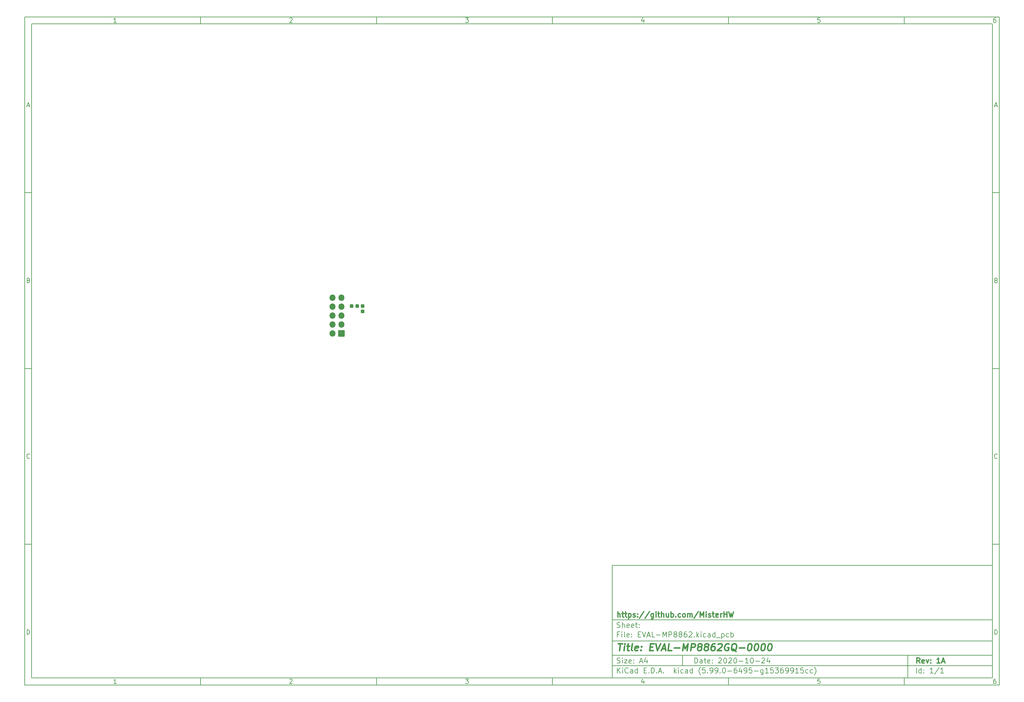
<source format=gbr>
G04 #@! TF.GenerationSoftware,KiCad,Pcbnew,(5.99.0-6495-g15369915cc)*
G04 #@! TF.CreationDate,2020-10-24T18:43:56+02:00*
G04 #@! TF.ProjectId,EVAL-MP8862,4556414c-2d4d-4503-9838-36322e6b6963,1A*
G04 #@! TF.SameCoordinates,Original*
G04 #@! TF.FileFunction,Soldermask,Bot*
G04 #@! TF.FilePolarity,Negative*
%FSLAX46Y46*%
G04 Gerber Fmt 4.6, Leading zero omitted, Abs format (unit mm)*
G04 Created by KiCad (PCBNEW (5.99.0-6495-g15369915cc)) date 2020-10-24 18:43:56*
%MOMM*%
%LPD*%
G01*
G04 APERTURE LIST*
G04 Aperture macros list*
%AMRoundRect*
0 Rectangle with rounded corners*
0 $1 Rounding radius*
0 $2 $3 $4 $5 $6 $7 $8 $9 X,Y pos of 4 corners*
0 Add a 4 corners polygon primitive as box body*
4,1,4,$2,$3,$4,$5,$6,$7,$8,$9,$2,$3,0*
0 Add four circle primitives for the rounded corners*
1,1,$1+$1,$2,$3,0*
1,1,$1+$1,$4,$5,0*
1,1,$1+$1,$6,$7,0*
1,1,$1+$1,$8,$9,0*
0 Add four rect primitives between the rounded corners*
20,1,$1+$1,$2,$3,$4,$5,0*
20,1,$1+$1,$4,$5,$6,$7,0*
20,1,$1+$1,$6,$7,$8,$9,0*
20,1,$1+$1,$8,$9,$2,$3,0*%
G04 Aperture macros list end*
%ADD10C,0.100000*%
%ADD11C,0.150000*%
%ADD12C,0.300000*%
%ADD13C,0.400000*%
%ADD14RoundRect,0.051000X0.850000X0.850000X-0.850000X0.850000X-0.850000X-0.850000X0.850000X-0.850000X0*%
%ADD15O,1.802000X1.802000*%
%ADD16RoundRect,0.244250X0.244250X0.281750X-0.244250X0.281750X-0.244250X-0.281750X0.244250X-0.281750X0*%
%ADD17RoundRect,0.244250X0.281750X-0.244250X0.281750X0.244250X-0.281750X0.244250X-0.281750X-0.244250X0*%
G04 APERTURE END LIST*
D10*
D11*
X177002200Y-166007200D02*
X177002200Y-198007200D01*
X285002200Y-198007200D01*
X285002200Y-166007200D01*
X177002200Y-166007200D01*
D10*
D11*
X10000000Y-10000000D02*
X10000000Y-200007200D01*
X287002200Y-200007200D01*
X287002200Y-10000000D01*
X10000000Y-10000000D01*
D10*
D11*
X12000000Y-12000000D02*
X12000000Y-198007200D01*
X285002200Y-198007200D01*
X285002200Y-12000000D01*
X12000000Y-12000000D01*
D10*
D11*
X60000000Y-12000000D02*
X60000000Y-10000000D01*
D10*
D11*
X110000000Y-12000000D02*
X110000000Y-10000000D01*
D10*
D11*
X160000000Y-12000000D02*
X160000000Y-10000000D01*
D10*
D11*
X210000000Y-12000000D02*
X210000000Y-10000000D01*
D10*
D11*
X260000000Y-12000000D02*
X260000000Y-10000000D01*
D10*
D11*
X36065476Y-11588095D02*
X35322619Y-11588095D01*
X35694047Y-11588095D02*
X35694047Y-10288095D01*
X35570238Y-10473809D01*
X35446428Y-10597619D01*
X35322619Y-10659523D01*
D10*
D11*
X85322619Y-10411904D02*
X85384523Y-10350000D01*
X85508333Y-10288095D01*
X85817857Y-10288095D01*
X85941666Y-10350000D01*
X86003571Y-10411904D01*
X86065476Y-10535714D01*
X86065476Y-10659523D01*
X86003571Y-10845238D01*
X85260714Y-11588095D01*
X86065476Y-11588095D01*
D10*
D11*
X135260714Y-10288095D02*
X136065476Y-10288095D01*
X135632142Y-10783333D01*
X135817857Y-10783333D01*
X135941666Y-10845238D01*
X136003571Y-10907142D01*
X136065476Y-11030952D01*
X136065476Y-11340476D01*
X136003571Y-11464285D01*
X135941666Y-11526190D01*
X135817857Y-11588095D01*
X135446428Y-11588095D01*
X135322619Y-11526190D01*
X135260714Y-11464285D01*
D10*
D11*
X185941666Y-10721428D02*
X185941666Y-11588095D01*
X185632142Y-10226190D02*
X185322619Y-11154761D01*
X186127380Y-11154761D01*
D10*
D11*
X236003571Y-10288095D02*
X235384523Y-10288095D01*
X235322619Y-10907142D01*
X235384523Y-10845238D01*
X235508333Y-10783333D01*
X235817857Y-10783333D01*
X235941666Y-10845238D01*
X236003571Y-10907142D01*
X236065476Y-11030952D01*
X236065476Y-11340476D01*
X236003571Y-11464285D01*
X235941666Y-11526190D01*
X235817857Y-11588095D01*
X235508333Y-11588095D01*
X235384523Y-11526190D01*
X235322619Y-11464285D01*
D10*
D11*
X285941666Y-10288095D02*
X285694047Y-10288095D01*
X285570238Y-10350000D01*
X285508333Y-10411904D01*
X285384523Y-10597619D01*
X285322619Y-10845238D01*
X285322619Y-11340476D01*
X285384523Y-11464285D01*
X285446428Y-11526190D01*
X285570238Y-11588095D01*
X285817857Y-11588095D01*
X285941666Y-11526190D01*
X286003571Y-11464285D01*
X286065476Y-11340476D01*
X286065476Y-11030952D01*
X286003571Y-10907142D01*
X285941666Y-10845238D01*
X285817857Y-10783333D01*
X285570238Y-10783333D01*
X285446428Y-10845238D01*
X285384523Y-10907142D01*
X285322619Y-11030952D01*
D10*
D11*
X60000000Y-198007200D02*
X60000000Y-200007200D01*
D10*
D11*
X110000000Y-198007200D02*
X110000000Y-200007200D01*
D10*
D11*
X160000000Y-198007200D02*
X160000000Y-200007200D01*
D10*
D11*
X210000000Y-198007200D02*
X210000000Y-200007200D01*
D10*
D11*
X260000000Y-198007200D02*
X260000000Y-200007200D01*
D10*
D11*
X36065476Y-199595295D02*
X35322619Y-199595295D01*
X35694047Y-199595295D02*
X35694047Y-198295295D01*
X35570238Y-198481009D01*
X35446428Y-198604819D01*
X35322619Y-198666723D01*
D10*
D11*
X85322619Y-198419104D02*
X85384523Y-198357200D01*
X85508333Y-198295295D01*
X85817857Y-198295295D01*
X85941666Y-198357200D01*
X86003571Y-198419104D01*
X86065476Y-198542914D01*
X86065476Y-198666723D01*
X86003571Y-198852438D01*
X85260714Y-199595295D01*
X86065476Y-199595295D01*
D10*
D11*
X135260714Y-198295295D02*
X136065476Y-198295295D01*
X135632142Y-198790533D01*
X135817857Y-198790533D01*
X135941666Y-198852438D01*
X136003571Y-198914342D01*
X136065476Y-199038152D01*
X136065476Y-199347676D01*
X136003571Y-199471485D01*
X135941666Y-199533390D01*
X135817857Y-199595295D01*
X135446428Y-199595295D01*
X135322619Y-199533390D01*
X135260714Y-199471485D01*
D10*
D11*
X185941666Y-198728628D02*
X185941666Y-199595295D01*
X185632142Y-198233390D02*
X185322619Y-199161961D01*
X186127380Y-199161961D01*
D10*
D11*
X236003571Y-198295295D02*
X235384523Y-198295295D01*
X235322619Y-198914342D01*
X235384523Y-198852438D01*
X235508333Y-198790533D01*
X235817857Y-198790533D01*
X235941666Y-198852438D01*
X236003571Y-198914342D01*
X236065476Y-199038152D01*
X236065476Y-199347676D01*
X236003571Y-199471485D01*
X235941666Y-199533390D01*
X235817857Y-199595295D01*
X235508333Y-199595295D01*
X235384523Y-199533390D01*
X235322619Y-199471485D01*
D10*
D11*
X285941666Y-198295295D02*
X285694047Y-198295295D01*
X285570238Y-198357200D01*
X285508333Y-198419104D01*
X285384523Y-198604819D01*
X285322619Y-198852438D01*
X285322619Y-199347676D01*
X285384523Y-199471485D01*
X285446428Y-199533390D01*
X285570238Y-199595295D01*
X285817857Y-199595295D01*
X285941666Y-199533390D01*
X286003571Y-199471485D01*
X286065476Y-199347676D01*
X286065476Y-199038152D01*
X286003571Y-198914342D01*
X285941666Y-198852438D01*
X285817857Y-198790533D01*
X285570238Y-198790533D01*
X285446428Y-198852438D01*
X285384523Y-198914342D01*
X285322619Y-199038152D01*
D10*
D11*
X10000000Y-60000000D02*
X12000000Y-60000000D01*
D10*
D11*
X10000000Y-110000000D02*
X12000000Y-110000000D01*
D10*
D11*
X10000000Y-160000000D02*
X12000000Y-160000000D01*
D10*
D11*
X10690476Y-35216666D02*
X11309523Y-35216666D01*
X10566666Y-35588095D02*
X11000000Y-34288095D01*
X11433333Y-35588095D01*
D10*
D11*
X11092857Y-84907142D02*
X11278571Y-84969047D01*
X11340476Y-85030952D01*
X11402380Y-85154761D01*
X11402380Y-85340476D01*
X11340476Y-85464285D01*
X11278571Y-85526190D01*
X11154761Y-85588095D01*
X10659523Y-85588095D01*
X10659523Y-84288095D01*
X11092857Y-84288095D01*
X11216666Y-84350000D01*
X11278571Y-84411904D01*
X11340476Y-84535714D01*
X11340476Y-84659523D01*
X11278571Y-84783333D01*
X11216666Y-84845238D01*
X11092857Y-84907142D01*
X10659523Y-84907142D01*
D10*
D11*
X11402380Y-135464285D02*
X11340476Y-135526190D01*
X11154761Y-135588095D01*
X11030952Y-135588095D01*
X10845238Y-135526190D01*
X10721428Y-135402380D01*
X10659523Y-135278571D01*
X10597619Y-135030952D01*
X10597619Y-134845238D01*
X10659523Y-134597619D01*
X10721428Y-134473809D01*
X10845238Y-134350000D01*
X11030952Y-134288095D01*
X11154761Y-134288095D01*
X11340476Y-134350000D01*
X11402380Y-134411904D01*
D10*
D11*
X10659523Y-185588095D02*
X10659523Y-184288095D01*
X10969047Y-184288095D01*
X11154761Y-184350000D01*
X11278571Y-184473809D01*
X11340476Y-184597619D01*
X11402380Y-184845238D01*
X11402380Y-185030952D01*
X11340476Y-185278571D01*
X11278571Y-185402380D01*
X11154761Y-185526190D01*
X10969047Y-185588095D01*
X10659523Y-185588095D01*
D10*
D11*
X287002200Y-60000000D02*
X285002200Y-60000000D01*
D10*
D11*
X287002200Y-110000000D02*
X285002200Y-110000000D01*
D10*
D11*
X287002200Y-160000000D02*
X285002200Y-160000000D01*
D10*
D11*
X285692676Y-35216666D02*
X286311723Y-35216666D01*
X285568866Y-35588095D02*
X286002200Y-34288095D01*
X286435533Y-35588095D01*
D10*
D11*
X286095057Y-84907142D02*
X286280771Y-84969047D01*
X286342676Y-85030952D01*
X286404580Y-85154761D01*
X286404580Y-85340476D01*
X286342676Y-85464285D01*
X286280771Y-85526190D01*
X286156961Y-85588095D01*
X285661723Y-85588095D01*
X285661723Y-84288095D01*
X286095057Y-84288095D01*
X286218866Y-84350000D01*
X286280771Y-84411904D01*
X286342676Y-84535714D01*
X286342676Y-84659523D01*
X286280771Y-84783333D01*
X286218866Y-84845238D01*
X286095057Y-84907142D01*
X285661723Y-84907142D01*
D10*
D11*
X286404580Y-135464285D02*
X286342676Y-135526190D01*
X286156961Y-135588095D01*
X286033152Y-135588095D01*
X285847438Y-135526190D01*
X285723628Y-135402380D01*
X285661723Y-135278571D01*
X285599819Y-135030952D01*
X285599819Y-134845238D01*
X285661723Y-134597619D01*
X285723628Y-134473809D01*
X285847438Y-134350000D01*
X286033152Y-134288095D01*
X286156961Y-134288095D01*
X286342676Y-134350000D01*
X286404580Y-134411904D01*
D10*
D11*
X285661723Y-185588095D02*
X285661723Y-184288095D01*
X285971247Y-184288095D01*
X286156961Y-184350000D01*
X286280771Y-184473809D01*
X286342676Y-184597619D01*
X286404580Y-184845238D01*
X286404580Y-185030952D01*
X286342676Y-185278571D01*
X286280771Y-185402380D01*
X286156961Y-185526190D01*
X285971247Y-185588095D01*
X285661723Y-185588095D01*
D10*
D11*
X200434342Y-193785771D02*
X200434342Y-192285771D01*
X200791485Y-192285771D01*
X201005771Y-192357200D01*
X201148628Y-192500057D01*
X201220057Y-192642914D01*
X201291485Y-192928628D01*
X201291485Y-193142914D01*
X201220057Y-193428628D01*
X201148628Y-193571485D01*
X201005771Y-193714342D01*
X200791485Y-193785771D01*
X200434342Y-193785771D01*
X202577200Y-193785771D02*
X202577200Y-193000057D01*
X202505771Y-192857200D01*
X202362914Y-192785771D01*
X202077200Y-192785771D01*
X201934342Y-192857200D01*
X202577200Y-193714342D02*
X202434342Y-193785771D01*
X202077200Y-193785771D01*
X201934342Y-193714342D01*
X201862914Y-193571485D01*
X201862914Y-193428628D01*
X201934342Y-193285771D01*
X202077200Y-193214342D01*
X202434342Y-193214342D01*
X202577200Y-193142914D01*
X203077200Y-192785771D02*
X203648628Y-192785771D01*
X203291485Y-192285771D02*
X203291485Y-193571485D01*
X203362914Y-193714342D01*
X203505771Y-193785771D01*
X203648628Y-193785771D01*
X204720057Y-193714342D02*
X204577200Y-193785771D01*
X204291485Y-193785771D01*
X204148628Y-193714342D01*
X204077200Y-193571485D01*
X204077200Y-193000057D01*
X204148628Y-192857200D01*
X204291485Y-192785771D01*
X204577200Y-192785771D01*
X204720057Y-192857200D01*
X204791485Y-193000057D01*
X204791485Y-193142914D01*
X204077200Y-193285771D01*
X205434342Y-193642914D02*
X205505771Y-193714342D01*
X205434342Y-193785771D01*
X205362914Y-193714342D01*
X205434342Y-193642914D01*
X205434342Y-193785771D01*
X205434342Y-192857200D02*
X205505771Y-192928628D01*
X205434342Y-193000057D01*
X205362914Y-192928628D01*
X205434342Y-192857200D01*
X205434342Y-193000057D01*
X207220057Y-192428628D02*
X207291485Y-192357200D01*
X207434342Y-192285771D01*
X207791485Y-192285771D01*
X207934342Y-192357200D01*
X208005771Y-192428628D01*
X208077200Y-192571485D01*
X208077200Y-192714342D01*
X208005771Y-192928628D01*
X207148628Y-193785771D01*
X208077200Y-193785771D01*
X209005771Y-192285771D02*
X209148628Y-192285771D01*
X209291485Y-192357200D01*
X209362914Y-192428628D01*
X209434342Y-192571485D01*
X209505771Y-192857200D01*
X209505771Y-193214342D01*
X209434342Y-193500057D01*
X209362914Y-193642914D01*
X209291485Y-193714342D01*
X209148628Y-193785771D01*
X209005771Y-193785771D01*
X208862914Y-193714342D01*
X208791485Y-193642914D01*
X208720057Y-193500057D01*
X208648628Y-193214342D01*
X208648628Y-192857200D01*
X208720057Y-192571485D01*
X208791485Y-192428628D01*
X208862914Y-192357200D01*
X209005771Y-192285771D01*
X210077200Y-192428628D02*
X210148628Y-192357200D01*
X210291485Y-192285771D01*
X210648628Y-192285771D01*
X210791485Y-192357200D01*
X210862914Y-192428628D01*
X210934342Y-192571485D01*
X210934342Y-192714342D01*
X210862914Y-192928628D01*
X210005771Y-193785771D01*
X210934342Y-193785771D01*
X211862914Y-192285771D02*
X212005771Y-192285771D01*
X212148628Y-192357200D01*
X212220057Y-192428628D01*
X212291485Y-192571485D01*
X212362914Y-192857200D01*
X212362914Y-193214342D01*
X212291485Y-193500057D01*
X212220057Y-193642914D01*
X212148628Y-193714342D01*
X212005771Y-193785771D01*
X211862914Y-193785771D01*
X211720057Y-193714342D01*
X211648628Y-193642914D01*
X211577200Y-193500057D01*
X211505771Y-193214342D01*
X211505771Y-192857200D01*
X211577200Y-192571485D01*
X211648628Y-192428628D01*
X211720057Y-192357200D01*
X211862914Y-192285771D01*
X213005771Y-193214342D02*
X214148628Y-193214342D01*
X215648628Y-193785771D02*
X214791485Y-193785771D01*
X215220057Y-193785771D02*
X215220057Y-192285771D01*
X215077200Y-192500057D01*
X214934342Y-192642914D01*
X214791485Y-192714342D01*
X216577200Y-192285771D02*
X216720057Y-192285771D01*
X216862914Y-192357200D01*
X216934342Y-192428628D01*
X217005771Y-192571485D01*
X217077200Y-192857200D01*
X217077200Y-193214342D01*
X217005771Y-193500057D01*
X216934342Y-193642914D01*
X216862914Y-193714342D01*
X216720057Y-193785771D01*
X216577200Y-193785771D01*
X216434342Y-193714342D01*
X216362914Y-193642914D01*
X216291485Y-193500057D01*
X216220057Y-193214342D01*
X216220057Y-192857200D01*
X216291485Y-192571485D01*
X216362914Y-192428628D01*
X216434342Y-192357200D01*
X216577200Y-192285771D01*
X217720057Y-193214342D02*
X218862914Y-193214342D01*
X219505771Y-192428628D02*
X219577200Y-192357200D01*
X219720057Y-192285771D01*
X220077200Y-192285771D01*
X220220057Y-192357200D01*
X220291485Y-192428628D01*
X220362914Y-192571485D01*
X220362914Y-192714342D01*
X220291485Y-192928628D01*
X219434342Y-193785771D01*
X220362914Y-193785771D01*
X221648628Y-192785771D02*
X221648628Y-193785771D01*
X221291485Y-192214342D02*
X220934342Y-193285771D01*
X221862914Y-193285771D01*
D10*
D11*
X177002200Y-194507200D02*
X285002200Y-194507200D01*
D10*
D11*
X178434342Y-196585771D02*
X178434342Y-195085771D01*
X179291485Y-196585771D02*
X178648628Y-195728628D01*
X179291485Y-195085771D02*
X178434342Y-195942914D01*
X179934342Y-196585771D02*
X179934342Y-195585771D01*
X179934342Y-195085771D02*
X179862914Y-195157200D01*
X179934342Y-195228628D01*
X180005771Y-195157200D01*
X179934342Y-195085771D01*
X179934342Y-195228628D01*
X181505771Y-196442914D02*
X181434342Y-196514342D01*
X181220057Y-196585771D01*
X181077200Y-196585771D01*
X180862914Y-196514342D01*
X180720057Y-196371485D01*
X180648628Y-196228628D01*
X180577200Y-195942914D01*
X180577200Y-195728628D01*
X180648628Y-195442914D01*
X180720057Y-195300057D01*
X180862914Y-195157200D01*
X181077200Y-195085771D01*
X181220057Y-195085771D01*
X181434342Y-195157200D01*
X181505771Y-195228628D01*
X182791485Y-196585771D02*
X182791485Y-195800057D01*
X182720057Y-195657200D01*
X182577200Y-195585771D01*
X182291485Y-195585771D01*
X182148628Y-195657200D01*
X182791485Y-196514342D02*
X182648628Y-196585771D01*
X182291485Y-196585771D01*
X182148628Y-196514342D01*
X182077200Y-196371485D01*
X182077200Y-196228628D01*
X182148628Y-196085771D01*
X182291485Y-196014342D01*
X182648628Y-196014342D01*
X182791485Y-195942914D01*
X184148628Y-196585771D02*
X184148628Y-195085771D01*
X184148628Y-196514342D02*
X184005771Y-196585771D01*
X183720057Y-196585771D01*
X183577200Y-196514342D01*
X183505771Y-196442914D01*
X183434342Y-196300057D01*
X183434342Y-195871485D01*
X183505771Y-195728628D01*
X183577200Y-195657200D01*
X183720057Y-195585771D01*
X184005771Y-195585771D01*
X184148628Y-195657200D01*
X186005771Y-195800057D02*
X186505771Y-195800057D01*
X186720057Y-196585771D02*
X186005771Y-196585771D01*
X186005771Y-195085771D01*
X186720057Y-195085771D01*
X187362914Y-196442914D02*
X187434342Y-196514342D01*
X187362914Y-196585771D01*
X187291485Y-196514342D01*
X187362914Y-196442914D01*
X187362914Y-196585771D01*
X188077200Y-196585771D02*
X188077200Y-195085771D01*
X188434342Y-195085771D01*
X188648628Y-195157200D01*
X188791485Y-195300057D01*
X188862914Y-195442914D01*
X188934342Y-195728628D01*
X188934342Y-195942914D01*
X188862914Y-196228628D01*
X188791485Y-196371485D01*
X188648628Y-196514342D01*
X188434342Y-196585771D01*
X188077200Y-196585771D01*
X189577200Y-196442914D02*
X189648628Y-196514342D01*
X189577200Y-196585771D01*
X189505771Y-196514342D01*
X189577200Y-196442914D01*
X189577200Y-196585771D01*
X190220057Y-196157200D02*
X190934342Y-196157200D01*
X190077200Y-196585771D02*
X190577200Y-195085771D01*
X191077200Y-196585771D01*
X191577200Y-196442914D02*
X191648628Y-196514342D01*
X191577200Y-196585771D01*
X191505771Y-196514342D01*
X191577200Y-196442914D01*
X191577200Y-196585771D01*
X194577200Y-196585771D02*
X194577200Y-195085771D01*
X194720057Y-196014342D02*
X195148628Y-196585771D01*
X195148628Y-195585771D02*
X194577200Y-196157200D01*
X195791485Y-196585771D02*
X195791485Y-195585771D01*
X195791485Y-195085771D02*
X195720057Y-195157200D01*
X195791485Y-195228628D01*
X195862914Y-195157200D01*
X195791485Y-195085771D01*
X195791485Y-195228628D01*
X197148628Y-196514342D02*
X197005771Y-196585771D01*
X196720057Y-196585771D01*
X196577200Y-196514342D01*
X196505771Y-196442914D01*
X196434342Y-196300057D01*
X196434342Y-195871485D01*
X196505771Y-195728628D01*
X196577200Y-195657200D01*
X196720057Y-195585771D01*
X197005771Y-195585771D01*
X197148628Y-195657200D01*
X198434342Y-196585771D02*
X198434342Y-195800057D01*
X198362914Y-195657200D01*
X198220057Y-195585771D01*
X197934342Y-195585771D01*
X197791485Y-195657200D01*
X198434342Y-196514342D02*
X198291485Y-196585771D01*
X197934342Y-196585771D01*
X197791485Y-196514342D01*
X197720057Y-196371485D01*
X197720057Y-196228628D01*
X197791485Y-196085771D01*
X197934342Y-196014342D01*
X198291485Y-196014342D01*
X198434342Y-195942914D01*
X199791485Y-196585771D02*
X199791485Y-195085771D01*
X199791485Y-196514342D02*
X199648628Y-196585771D01*
X199362914Y-196585771D01*
X199220057Y-196514342D01*
X199148628Y-196442914D01*
X199077200Y-196300057D01*
X199077200Y-195871485D01*
X199148628Y-195728628D01*
X199220057Y-195657200D01*
X199362914Y-195585771D01*
X199648628Y-195585771D01*
X199791485Y-195657200D01*
X202077200Y-197157200D02*
X202005771Y-197085771D01*
X201862914Y-196871485D01*
X201791485Y-196728628D01*
X201720057Y-196514342D01*
X201648628Y-196157200D01*
X201648628Y-195871485D01*
X201720057Y-195514342D01*
X201791485Y-195300057D01*
X201862914Y-195157200D01*
X202005771Y-194942914D01*
X202077200Y-194871485D01*
X203362914Y-195085771D02*
X202648628Y-195085771D01*
X202577200Y-195800057D01*
X202648628Y-195728628D01*
X202791485Y-195657200D01*
X203148628Y-195657200D01*
X203291485Y-195728628D01*
X203362914Y-195800057D01*
X203434342Y-195942914D01*
X203434342Y-196300057D01*
X203362914Y-196442914D01*
X203291485Y-196514342D01*
X203148628Y-196585771D01*
X202791485Y-196585771D01*
X202648628Y-196514342D01*
X202577200Y-196442914D01*
X204077200Y-196442914D02*
X204148628Y-196514342D01*
X204077200Y-196585771D01*
X204005771Y-196514342D01*
X204077200Y-196442914D01*
X204077200Y-196585771D01*
X204862914Y-196585771D02*
X205148628Y-196585771D01*
X205291485Y-196514342D01*
X205362914Y-196442914D01*
X205505771Y-196228628D01*
X205577200Y-195942914D01*
X205577200Y-195371485D01*
X205505771Y-195228628D01*
X205434342Y-195157200D01*
X205291485Y-195085771D01*
X205005771Y-195085771D01*
X204862914Y-195157200D01*
X204791485Y-195228628D01*
X204720057Y-195371485D01*
X204720057Y-195728628D01*
X204791485Y-195871485D01*
X204862914Y-195942914D01*
X205005771Y-196014342D01*
X205291485Y-196014342D01*
X205434342Y-195942914D01*
X205505771Y-195871485D01*
X205577200Y-195728628D01*
X206291485Y-196585771D02*
X206577200Y-196585771D01*
X206720057Y-196514342D01*
X206791485Y-196442914D01*
X206934342Y-196228628D01*
X207005771Y-195942914D01*
X207005771Y-195371485D01*
X206934342Y-195228628D01*
X206862914Y-195157200D01*
X206720057Y-195085771D01*
X206434342Y-195085771D01*
X206291485Y-195157200D01*
X206220057Y-195228628D01*
X206148628Y-195371485D01*
X206148628Y-195728628D01*
X206220057Y-195871485D01*
X206291485Y-195942914D01*
X206434342Y-196014342D01*
X206720057Y-196014342D01*
X206862914Y-195942914D01*
X206934342Y-195871485D01*
X207005771Y-195728628D01*
X207648628Y-196442914D02*
X207720057Y-196514342D01*
X207648628Y-196585771D01*
X207577200Y-196514342D01*
X207648628Y-196442914D01*
X207648628Y-196585771D01*
X208648628Y-195085771D02*
X208791485Y-195085771D01*
X208934342Y-195157200D01*
X209005771Y-195228628D01*
X209077200Y-195371485D01*
X209148628Y-195657200D01*
X209148628Y-196014342D01*
X209077200Y-196300057D01*
X209005771Y-196442914D01*
X208934342Y-196514342D01*
X208791485Y-196585771D01*
X208648628Y-196585771D01*
X208505771Y-196514342D01*
X208434342Y-196442914D01*
X208362914Y-196300057D01*
X208291485Y-196014342D01*
X208291485Y-195657200D01*
X208362914Y-195371485D01*
X208434342Y-195228628D01*
X208505771Y-195157200D01*
X208648628Y-195085771D01*
X209791485Y-196014342D02*
X210934342Y-196014342D01*
X212291485Y-195085771D02*
X212005771Y-195085771D01*
X211862914Y-195157200D01*
X211791485Y-195228628D01*
X211648628Y-195442914D01*
X211577200Y-195728628D01*
X211577200Y-196300057D01*
X211648628Y-196442914D01*
X211720057Y-196514342D01*
X211862914Y-196585771D01*
X212148628Y-196585771D01*
X212291485Y-196514342D01*
X212362914Y-196442914D01*
X212434342Y-196300057D01*
X212434342Y-195942914D01*
X212362914Y-195800057D01*
X212291485Y-195728628D01*
X212148628Y-195657200D01*
X211862914Y-195657200D01*
X211720057Y-195728628D01*
X211648628Y-195800057D01*
X211577200Y-195942914D01*
X213720057Y-195585771D02*
X213720057Y-196585771D01*
X213362914Y-195014342D02*
X213005771Y-196085771D01*
X213934342Y-196085771D01*
X214577200Y-196585771D02*
X214862914Y-196585771D01*
X215005771Y-196514342D01*
X215077200Y-196442914D01*
X215220057Y-196228628D01*
X215291485Y-195942914D01*
X215291485Y-195371485D01*
X215220057Y-195228628D01*
X215148628Y-195157200D01*
X215005771Y-195085771D01*
X214720057Y-195085771D01*
X214577200Y-195157200D01*
X214505771Y-195228628D01*
X214434342Y-195371485D01*
X214434342Y-195728628D01*
X214505771Y-195871485D01*
X214577200Y-195942914D01*
X214720057Y-196014342D01*
X215005771Y-196014342D01*
X215148628Y-195942914D01*
X215220057Y-195871485D01*
X215291485Y-195728628D01*
X216648628Y-195085771D02*
X215934342Y-195085771D01*
X215862914Y-195800057D01*
X215934342Y-195728628D01*
X216077200Y-195657200D01*
X216434342Y-195657200D01*
X216577200Y-195728628D01*
X216648628Y-195800057D01*
X216720057Y-195942914D01*
X216720057Y-196300057D01*
X216648628Y-196442914D01*
X216577200Y-196514342D01*
X216434342Y-196585771D01*
X216077200Y-196585771D01*
X215934342Y-196514342D01*
X215862914Y-196442914D01*
X217362914Y-196014342D02*
X218505771Y-196014342D01*
X219862914Y-195585771D02*
X219862914Y-196800057D01*
X219791485Y-196942914D01*
X219720057Y-197014342D01*
X219577200Y-197085771D01*
X219362914Y-197085771D01*
X219220057Y-197014342D01*
X219862914Y-196514342D02*
X219720057Y-196585771D01*
X219434342Y-196585771D01*
X219291485Y-196514342D01*
X219220057Y-196442914D01*
X219148628Y-196300057D01*
X219148628Y-195871485D01*
X219220057Y-195728628D01*
X219291485Y-195657200D01*
X219434342Y-195585771D01*
X219720057Y-195585771D01*
X219862914Y-195657200D01*
X221362914Y-196585771D02*
X220505771Y-196585771D01*
X220934342Y-196585771D02*
X220934342Y-195085771D01*
X220791485Y-195300057D01*
X220648628Y-195442914D01*
X220505771Y-195514342D01*
X222720057Y-195085771D02*
X222005771Y-195085771D01*
X221934342Y-195800057D01*
X222005771Y-195728628D01*
X222148628Y-195657200D01*
X222505771Y-195657200D01*
X222648628Y-195728628D01*
X222720057Y-195800057D01*
X222791485Y-195942914D01*
X222791485Y-196300057D01*
X222720057Y-196442914D01*
X222648628Y-196514342D01*
X222505771Y-196585771D01*
X222148628Y-196585771D01*
X222005771Y-196514342D01*
X221934342Y-196442914D01*
X223291485Y-195085771D02*
X224220057Y-195085771D01*
X223720057Y-195657200D01*
X223934342Y-195657200D01*
X224077200Y-195728628D01*
X224148628Y-195800057D01*
X224220057Y-195942914D01*
X224220057Y-196300057D01*
X224148628Y-196442914D01*
X224077200Y-196514342D01*
X223934342Y-196585771D01*
X223505771Y-196585771D01*
X223362914Y-196514342D01*
X223291485Y-196442914D01*
X225505771Y-195085771D02*
X225220057Y-195085771D01*
X225077200Y-195157200D01*
X225005771Y-195228628D01*
X224862914Y-195442914D01*
X224791485Y-195728628D01*
X224791485Y-196300057D01*
X224862914Y-196442914D01*
X224934342Y-196514342D01*
X225077200Y-196585771D01*
X225362914Y-196585771D01*
X225505771Y-196514342D01*
X225577200Y-196442914D01*
X225648628Y-196300057D01*
X225648628Y-195942914D01*
X225577200Y-195800057D01*
X225505771Y-195728628D01*
X225362914Y-195657200D01*
X225077200Y-195657200D01*
X224934342Y-195728628D01*
X224862914Y-195800057D01*
X224791485Y-195942914D01*
X226362914Y-196585771D02*
X226648628Y-196585771D01*
X226791485Y-196514342D01*
X226862914Y-196442914D01*
X227005771Y-196228628D01*
X227077199Y-195942914D01*
X227077199Y-195371485D01*
X227005771Y-195228628D01*
X226934342Y-195157200D01*
X226791485Y-195085771D01*
X226505771Y-195085771D01*
X226362914Y-195157200D01*
X226291485Y-195228628D01*
X226220057Y-195371485D01*
X226220057Y-195728628D01*
X226291485Y-195871485D01*
X226362914Y-195942914D01*
X226505771Y-196014342D01*
X226791485Y-196014342D01*
X226934342Y-195942914D01*
X227005771Y-195871485D01*
X227077199Y-195728628D01*
X227791485Y-196585771D02*
X228077199Y-196585771D01*
X228220057Y-196514342D01*
X228291485Y-196442914D01*
X228434342Y-196228628D01*
X228505771Y-195942914D01*
X228505771Y-195371485D01*
X228434342Y-195228628D01*
X228362914Y-195157200D01*
X228220057Y-195085771D01*
X227934342Y-195085771D01*
X227791485Y-195157200D01*
X227720057Y-195228628D01*
X227648628Y-195371485D01*
X227648628Y-195728628D01*
X227720057Y-195871485D01*
X227791485Y-195942914D01*
X227934342Y-196014342D01*
X228220057Y-196014342D01*
X228362914Y-195942914D01*
X228434342Y-195871485D01*
X228505771Y-195728628D01*
X229934342Y-196585771D02*
X229077199Y-196585771D01*
X229505771Y-196585771D02*
X229505771Y-195085771D01*
X229362914Y-195300057D01*
X229220057Y-195442914D01*
X229077199Y-195514342D01*
X231291485Y-195085771D02*
X230577199Y-195085771D01*
X230505771Y-195800057D01*
X230577199Y-195728628D01*
X230720057Y-195657200D01*
X231077199Y-195657200D01*
X231220057Y-195728628D01*
X231291485Y-195800057D01*
X231362914Y-195942914D01*
X231362914Y-196300057D01*
X231291485Y-196442914D01*
X231220057Y-196514342D01*
X231077199Y-196585771D01*
X230720057Y-196585771D01*
X230577199Y-196514342D01*
X230505771Y-196442914D01*
X232648628Y-196514342D02*
X232505771Y-196585771D01*
X232220057Y-196585771D01*
X232077199Y-196514342D01*
X232005771Y-196442914D01*
X231934342Y-196300057D01*
X231934342Y-195871485D01*
X232005771Y-195728628D01*
X232077199Y-195657200D01*
X232220057Y-195585771D01*
X232505771Y-195585771D01*
X232648628Y-195657200D01*
X233934342Y-196514342D02*
X233791485Y-196585771D01*
X233505771Y-196585771D01*
X233362914Y-196514342D01*
X233291485Y-196442914D01*
X233220057Y-196300057D01*
X233220057Y-195871485D01*
X233291485Y-195728628D01*
X233362914Y-195657200D01*
X233505771Y-195585771D01*
X233791485Y-195585771D01*
X233934342Y-195657200D01*
X234434342Y-197157200D02*
X234505771Y-197085771D01*
X234648628Y-196871485D01*
X234720057Y-196728628D01*
X234791485Y-196514342D01*
X234862914Y-196157200D01*
X234862914Y-195871485D01*
X234791485Y-195514342D01*
X234720057Y-195300057D01*
X234648628Y-195157200D01*
X234505771Y-194942914D01*
X234434342Y-194871485D01*
D10*
D11*
X177002200Y-191507200D02*
X285002200Y-191507200D01*
D10*
D12*
X264411485Y-193785771D02*
X263911485Y-193071485D01*
X263554342Y-193785771D02*
X263554342Y-192285771D01*
X264125771Y-192285771D01*
X264268628Y-192357200D01*
X264340057Y-192428628D01*
X264411485Y-192571485D01*
X264411485Y-192785771D01*
X264340057Y-192928628D01*
X264268628Y-193000057D01*
X264125771Y-193071485D01*
X263554342Y-193071485D01*
X265625771Y-193714342D02*
X265482914Y-193785771D01*
X265197200Y-193785771D01*
X265054342Y-193714342D01*
X264982914Y-193571485D01*
X264982914Y-193000057D01*
X265054342Y-192857200D01*
X265197200Y-192785771D01*
X265482914Y-192785771D01*
X265625771Y-192857200D01*
X265697200Y-193000057D01*
X265697200Y-193142914D01*
X264982914Y-193285771D01*
X266197200Y-192785771D02*
X266554342Y-193785771D01*
X266911485Y-192785771D01*
X267482914Y-193642914D02*
X267554342Y-193714342D01*
X267482914Y-193785771D01*
X267411485Y-193714342D01*
X267482914Y-193642914D01*
X267482914Y-193785771D01*
X267482914Y-192857200D02*
X267554342Y-192928628D01*
X267482914Y-193000057D01*
X267411485Y-192928628D01*
X267482914Y-192857200D01*
X267482914Y-193000057D01*
X270125771Y-193785771D02*
X269268628Y-193785771D01*
X269697200Y-193785771D02*
X269697200Y-192285771D01*
X269554342Y-192500057D01*
X269411485Y-192642914D01*
X269268628Y-192714342D01*
X270697200Y-193357200D02*
X271411485Y-193357200D01*
X270554342Y-193785771D02*
X271054342Y-192285771D01*
X271554342Y-193785771D01*
D10*
D11*
X178362914Y-193714342D02*
X178577200Y-193785771D01*
X178934342Y-193785771D01*
X179077200Y-193714342D01*
X179148628Y-193642914D01*
X179220057Y-193500057D01*
X179220057Y-193357200D01*
X179148628Y-193214342D01*
X179077200Y-193142914D01*
X178934342Y-193071485D01*
X178648628Y-193000057D01*
X178505771Y-192928628D01*
X178434342Y-192857200D01*
X178362914Y-192714342D01*
X178362914Y-192571485D01*
X178434342Y-192428628D01*
X178505771Y-192357200D01*
X178648628Y-192285771D01*
X179005771Y-192285771D01*
X179220057Y-192357200D01*
X179862914Y-193785771D02*
X179862914Y-192785771D01*
X179862914Y-192285771D02*
X179791485Y-192357200D01*
X179862914Y-192428628D01*
X179934342Y-192357200D01*
X179862914Y-192285771D01*
X179862914Y-192428628D01*
X180434342Y-192785771D02*
X181220057Y-192785771D01*
X180434342Y-193785771D01*
X181220057Y-193785771D01*
X182362914Y-193714342D02*
X182220057Y-193785771D01*
X181934342Y-193785771D01*
X181791485Y-193714342D01*
X181720057Y-193571485D01*
X181720057Y-193000057D01*
X181791485Y-192857200D01*
X181934342Y-192785771D01*
X182220057Y-192785771D01*
X182362914Y-192857200D01*
X182434342Y-193000057D01*
X182434342Y-193142914D01*
X181720057Y-193285771D01*
X183077200Y-193642914D02*
X183148628Y-193714342D01*
X183077200Y-193785771D01*
X183005771Y-193714342D01*
X183077200Y-193642914D01*
X183077200Y-193785771D01*
X183077200Y-192857200D02*
X183148628Y-192928628D01*
X183077200Y-193000057D01*
X183005771Y-192928628D01*
X183077200Y-192857200D01*
X183077200Y-193000057D01*
X184862914Y-193357200D02*
X185577200Y-193357200D01*
X184720057Y-193785771D02*
X185220057Y-192285771D01*
X185720057Y-193785771D01*
X186862914Y-192785771D02*
X186862914Y-193785771D01*
X186505771Y-192214342D02*
X186148628Y-193285771D01*
X187077200Y-193285771D01*
D10*
D11*
X263434342Y-196585771D02*
X263434342Y-195085771D01*
X264791485Y-196585771D02*
X264791485Y-195085771D01*
X264791485Y-196514342D02*
X264648628Y-196585771D01*
X264362914Y-196585771D01*
X264220057Y-196514342D01*
X264148628Y-196442914D01*
X264077200Y-196300057D01*
X264077200Y-195871485D01*
X264148628Y-195728628D01*
X264220057Y-195657200D01*
X264362914Y-195585771D01*
X264648628Y-195585771D01*
X264791485Y-195657200D01*
X265505771Y-196442914D02*
X265577200Y-196514342D01*
X265505771Y-196585771D01*
X265434342Y-196514342D01*
X265505771Y-196442914D01*
X265505771Y-196585771D01*
X265505771Y-195657200D02*
X265577200Y-195728628D01*
X265505771Y-195800057D01*
X265434342Y-195728628D01*
X265505771Y-195657200D01*
X265505771Y-195800057D01*
X268148628Y-196585771D02*
X267291485Y-196585771D01*
X267720057Y-196585771D02*
X267720057Y-195085771D01*
X267577200Y-195300057D01*
X267434342Y-195442914D01*
X267291485Y-195514342D01*
X269862914Y-195014342D02*
X268577200Y-196942914D01*
X271148628Y-196585771D02*
X270291485Y-196585771D01*
X270720057Y-196585771D02*
X270720057Y-195085771D01*
X270577200Y-195300057D01*
X270434342Y-195442914D01*
X270291485Y-195514342D01*
D10*
D11*
X177002200Y-187507200D02*
X285002200Y-187507200D01*
D10*
D13*
X178714580Y-188211961D02*
X179857438Y-188211961D01*
X179036009Y-190211961D02*
X179286009Y-188211961D01*
X180274104Y-190211961D02*
X180440771Y-188878628D01*
X180524104Y-188211961D02*
X180416961Y-188307200D01*
X180500295Y-188402438D01*
X180607438Y-188307200D01*
X180524104Y-188211961D01*
X180500295Y-188402438D01*
X181107438Y-188878628D02*
X181869342Y-188878628D01*
X181476485Y-188211961D02*
X181262200Y-189926247D01*
X181333628Y-190116723D01*
X181512200Y-190211961D01*
X181702676Y-190211961D01*
X182655057Y-190211961D02*
X182476485Y-190116723D01*
X182405057Y-189926247D01*
X182619342Y-188211961D01*
X184190771Y-190116723D02*
X183988390Y-190211961D01*
X183607438Y-190211961D01*
X183428866Y-190116723D01*
X183357438Y-189926247D01*
X183452676Y-189164342D01*
X183571723Y-188973866D01*
X183774104Y-188878628D01*
X184155057Y-188878628D01*
X184333628Y-188973866D01*
X184405057Y-189164342D01*
X184381247Y-189354819D01*
X183405057Y-189545295D01*
X185155057Y-190021485D02*
X185238390Y-190116723D01*
X185131247Y-190211961D01*
X185047914Y-190116723D01*
X185155057Y-190021485D01*
X185131247Y-190211961D01*
X185286009Y-188973866D02*
X185369342Y-189069104D01*
X185262200Y-189164342D01*
X185178866Y-189069104D01*
X185286009Y-188973866D01*
X185262200Y-189164342D01*
X187738390Y-189164342D02*
X188405057Y-189164342D01*
X188559819Y-190211961D02*
X187607438Y-190211961D01*
X187857438Y-188211961D01*
X188809819Y-188211961D01*
X189381247Y-188211961D02*
X189797914Y-190211961D01*
X190714580Y-188211961D01*
X191107438Y-189640533D02*
X192059819Y-189640533D01*
X190845533Y-190211961D02*
X191762200Y-188211961D01*
X192178866Y-190211961D01*
X193797914Y-190211961D02*
X192845533Y-190211961D01*
X193095533Y-188211961D01*
X194559819Y-189450057D02*
X196083628Y-189450057D01*
X196940771Y-190211961D02*
X197190771Y-188211961D01*
X197678866Y-189640533D01*
X198524104Y-188211961D01*
X198274104Y-190211961D01*
X199226485Y-190211961D02*
X199476485Y-188211961D01*
X200238390Y-188211961D01*
X200416961Y-188307200D01*
X200500295Y-188402438D01*
X200571723Y-188592914D01*
X200536009Y-188878628D01*
X200416961Y-189069104D01*
X200309819Y-189164342D01*
X200107438Y-189259580D01*
X199345533Y-189259580D01*
X201655057Y-189069104D02*
X201476485Y-188973866D01*
X201393152Y-188878628D01*
X201321723Y-188688152D01*
X201333628Y-188592914D01*
X201452676Y-188402438D01*
X201559819Y-188307200D01*
X201762200Y-188211961D01*
X202143152Y-188211961D01*
X202321723Y-188307200D01*
X202405057Y-188402438D01*
X202476485Y-188592914D01*
X202464580Y-188688152D01*
X202345533Y-188878628D01*
X202238390Y-188973866D01*
X202036009Y-189069104D01*
X201655057Y-189069104D01*
X201452676Y-189164342D01*
X201345533Y-189259580D01*
X201226485Y-189450057D01*
X201178866Y-189831009D01*
X201250295Y-190021485D01*
X201333628Y-190116723D01*
X201512200Y-190211961D01*
X201893152Y-190211961D01*
X202095533Y-190116723D01*
X202202676Y-190021485D01*
X202321723Y-189831009D01*
X202369342Y-189450057D01*
X202297914Y-189259580D01*
X202214580Y-189164342D01*
X202036009Y-189069104D01*
X203559819Y-189069104D02*
X203381247Y-188973866D01*
X203297914Y-188878628D01*
X203226485Y-188688152D01*
X203238390Y-188592914D01*
X203357438Y-188402438D01*
X203464580Y-188307200D01*
X203666961Y-188211961D01*
X204047914Y-188211961D01*
X204226485Y-188307200D01*
X204309819Y-188402438D01*
X204381247Y-188592914D01*
X204369342Y-188688152D01*
X204250295Y-188878628D01*
X204143152Y-188973866D01*
X203940771Y-189069104D01*
X203559819Y-189069104D01*
X203357438Y-189164342D01*
X203250295Y-189259580D01*
X203131247Y-189450057D01*
X203083628Y-189831009D01*
X203155057Y-190021485D01*
X203238390Y-190116723D01*
X203416961Y-190211961D01*
X203797914Y-190211961D01*
X204000295Y-190116723D01*
X204107438Y-190021485D01*
X204226485Y-189831009D01*
X204274104Y-189450057D01*
X204202676Y-189259580D01*
X204119342Y-189164342D01*
X203940771Y-189069104D01*
X206143152Y-188211961D02*
X205762200Y-188211961D01*
X205559819Y-188307200D01*
X205452676Y-188402438D01*
X205226485Y-188688152D01*
X205083628Y-189069104D01*
X204988390Y-189831009D01*
X205059819Y-190021485D01*
X205143152Y-190116723D01*
X205321723Y-190211961D01*
X205702676Y-190211961D01*
X205905057Y-190116723D01*
X206012200Y-190021485D01*
X206131247Y-189831009D01*
X206190771Y-189354819D01*
X206119342Y-189164342D01*
X206036009Y-189069104D01*
X205857438Y-188973866D01*
X205476485Y-188973866D01*
X205274104Y-189069104D01*
X205166961Y-189164342D01*
X205047914Y-189354819D01*
X207071723Y-188402438D02*
X207178866Y-188307200D01*
X207381247Y-188211961D01*
X207857438Y-188211961D01*
X208036009Y-188307200D01*
X208119342Y-188402438D01*
X208190771Y-188592914D01*
X208166961Y-188783390D01*
X208036009Y-189069104D01*
X206750295Y-190211961D01*
X207988390Y-190211961D01*
X210131247Y-188307200D02*
X209952676Y-188211961D01*
X209666961Y-188211961D01*
X209369342Y-188307200D01*
X209155057Y-188497676D01*
X209036009Y-188688152D01*
X208893152Y-189069104D01*
X208857438Y-189354819D01*
X208905057Y-189735771D01*
X208976485Y-189926247D01*
X209143152Y-190116723D01*
X209416961Y-190211961D01*
X209607438Y-190211961D01*
X209905057Y-190116723D01*
X210012200Y-190021485D01*
X210095533Y-189354819D01*
X209714580Y-189354819D01*
X212155057Y-190402438D02*
X211976485Y-190307200D01*
X211809819Y-190116723D01*
X211559819Y-189831009D01*
X211381247Y-189735771D01*
X211190771Y-189735771D01*
X211226485Y-190211961D02*
X211047914Y-190116723D01*
X210881247Y-189926247D01*
X210833628Y-189545295D01*
X210916961Y-188878628D01*
X211059819Y-188497676D01*
X211274104Y-188307200D01*
X211476485Y-188211961D01*
X211857438Y-188211961D01*
X212036009Y-188307200D01*
X212202676Y-188497676D01*
X212250295Y-188878628D01*
X212166961Y-189545295D01*
X212024104Y-189926247D01*
X211809819Y-190116723D01*
X211607438Y-190211961D01*
X211226485Y-190211961D01*
X213036009Y-189450057D02*
X214559819Y-189450057D01*
X216047914Y-188211961D02*
X216238390Y-188211961D01*
X216416961Y-188307200D01*
X216500295Y-188402438D01*
X216571723Y-188592914D01*
X216619342Y-188973866D01*
X216559819Y-189450057D01*
X216416961Y-189831009D01*
X216297914Y-190021485D01*
X216190771Y-190116723D01*
X215988390Y-190211961D01*
X215797914Y-190211961D01*
X215619342Y-190116723D01*
X215536009Y-190021485D01*
X215464580Y-189831009D01*
X215416961Y-189450057D01*
X215476485Y-188973866D01*
X215619342Y-188592914D01*
X215738390Y-188402438D01*
X215845533Y-188307200D01*
X216047914Y-188211961D01*
X217952676Y-188211961D02*
X218143152Y-188211961D01*
X218321723Y-188307200D01*
X218405057Y-188402438D01*
X218476485Y-188592914D01*
X218524104Y-188973866D01*
X218464580Y-189450057D01*
X218321723Y-189831009D01*
X218202676Y-190021485D01*
X218095533Y-190116723D01*
X217893152Y-190211961D01*
X217702676Y-190211961D01*
X217524104Y-190116723D01*
X217440771Y-190021485D01*
X217369342Y-189831009D01*
X217321723Y-189450057D01*
X217381247Y-188973866D01*
X217524104Y-188592914D01*
X217643152Y-188402438D01*
X217750295Y-188307200D01*
X217952676Y-188211961D01*
X219857438Y-188211961D02*
X220047914Y-188211961D01*
X220226485Y-188307200D01*
X220309819Y-188402438D01*
X220381247Y-188592914D01*
X220428866Y-188973866D01*
X220369342Y-189450057D01*
X220226485Y-189831009D01*
X220107438Y-190021485D01*
X220000295Y-190116723D01*
X219797914Y-190211961D01*
X219607438Y-190211961D01*
X219428866Y-190116723D01*
X219345533Y-190021485D01*
X219274104Y-189831009D01*
X219226485Y-189450057D01*
X219286009Y-188973866D01*
X219428866Y-188592914D01*
X219547914Y-188402438D01*
X219655057Y-188307200D01*
X219857438Y-188211961D01*
X221762200Y-188211961D02*
X221952676Y-188211961D01*
X222131247Y-188307200D01*
X222214580Y-188402438D01*
X222286009Y-188592914D01*
X222333628Y-188973866D01*
X222274104Y-189450057D01*
X222131247Y-189831009D01*
X222012200Y-190021485D01*
X221905057Y-190116723D01*
X221702676Y-190211961D01*
X221512200Y-190211961D01*
X221333628Y-190116723D01*
X221250295Y-190021485D01*
X221178866Y-189831009D01*
X221131247Y-189450057D01*
X221190771Y-188973866D01*
X221333628Y-188592914D01*
X221452676Y-188402438D01*
X221559819Y-188307200D01*
X221762200Y-188211961D01*
D10*
D11*
X178934342Y-185600057D02*
X178434342Y-185600057D01*
X178434342Y-186385771D02*
X178434342Y-184885771D01*
X179148628Y-184885771D01*
X179720057Y-186385771D02*
X179720057Y-185385771D01*
X179720057Y-184885771D02*
X179648628Y-184957200D01*
X179720057Y-185028628D01*
X179791485Y-184957200D01*
X179720057Y-184885771D01*
X179720057Y-185028628D01*
X180648628Y-186385771D02*
X180505771Y-186314342D01*
X180434342Y-186171485D01*
X180434342Y-184885771D01*
X181791485Y-186314342D02*
X181648628Y-186385771D01*
X181362914Y-186385771D01*
X181220057Y-186314342D01*
X181148628Y-186171485D01*
X181148628Y-185600057D01*
X181220057Y-185457200D01*
X181362914Y-185385771D01*
X181648628Y-185385771D01*
X181791485Y-185457200D01*
X181862914Y-185600057D01*
X181862914Y-185742914D01*
X181148628Y-185885771D01*
X182505771Y-186242914D02*
X182577200Y-186314342D01*
X182505771Y-186385771D01*
X182434342Y-186314342D01*
X182505771Y-186242914D01*
X182505771Y-186385771D01*
X182505771Y-185457200D02*
X182577200Y-185528628D01*
X182505771Y-185600057D01*
X182434342Y-185528628D01*
X182505771Y-185457200D01*
X182505771Y-185600057D01*
X184362914Y-185600057D02*
X184862914Y-185600057D01*
X185077200Y-186385771D02*
X184362914Y-186385771D01*
X184362914Y-184885771D01*
X185077200Y-184885771D01*
X185505771Y-184885771D02*
X186005771Y-186385771D01*
X186505771Y-184885771D01*
X186934342Y-185957200D02*
X187648628Y-185957200D01*
X186791485Y-186385771D02*
X187291485Y-184885771D01*
X187791485Y-186385771D01*
X189005771Y-186385771D02*
X188291485Y-186385771D01*
X188291485Y-184885771D01*
X189505771Y-185814342D02*
X190648628Y-185814342D01*
X191362914Y-186385771D02*
X191362914Y-184885771D01*
X191862914Y-185957200D01*
X192362914Y-184885771D01*
X192362914Y-186385771D01*
X193077200Y-186385771D02*
X193077200Y-184885771D01*
X193648628Y-184885771D01*
X193791485Y-184957200D01*
X193862914Y-185028628D01*
X193934342Y-185171485D01*
X193934342Y-185385771D01*
X193862914Y-185528628D01*
X193791485Y-185600057D01*
X193648628Y-185671485D01*
X193077200Y-185671485D01*
X194791485Y-185528628D02*
X194648628Y-185457200D01*
X194577200Y-185385771D01*
X194505771Y-185242914D01*
X194505771Y-185171485D01*
X194577200Y-185028628D01*
X194648628Y-184957200D01*
X194791485Y-184885771D01*
X195077200Y-184885771D01*
X195220057Y-184957200D01*
X195291485Y-185028628D01*
X195362914Y-185171485D01*
X195362914Y-185242914D01*
X195291485Y-185385771D01*
X195220057Y-185457200D01*
X195077200Y-185528628D01*
X194791485Y-185528628D01*
X194648628Y-185600057D01*
X194577200Y-185671485D01*
X194505771Y-185814342D01*
X194505771Y-186100057D01*
X194577200Y-186242914D01*
X194648628Y-186314342D01*
X194791485Y-186385771D01*
X195077200Y-186385771D01*
X195220057Y-186314342D01*
X195291485Y-186242914D01*
X195362914Y-186100057D01*
X195362914Y-185814342D01*
X195291485Y-185671485D01*
X195220057Y-185600057D01*
X195077200Y-185528628D01*
X196220057Y-185528628D02*
X196077200Y-185457200D01*
X196005771Y-185385771D01*
X195934342Y-185242914D01*
X195934342Y-185171485D01*
X196005771Y-185028628D01*
X196077200Y-184957200D01*
X196220057Y-184885771D01*
X196505771Y-184885771D01*
X196648628Y-184957200D01*
X196720057Y-185028628D01*
X196791485Y-185171485D01*
X196791485Y-185242914D01*
X196720057Y-185385771D01*
X196648628Y-185457200D01*
X196505771Y-185528628D01*
X196220057Y-185528628D01*
X196077200Y-185600057D01*
X196005771Y-185671485D01*
X195934342Y-185814342D01*
X195934342Y-186100057D01*
X196005771Y-186242914D01*
X196077200Y-186314342D01*
X196220057Y-186385771D01*
X196505771Y-186385771D01*
X196648628Y-186314342D01*
X196720057Y-186242914D01*
X196791485Y-186100057D01*
X196791485Y-185814342D01*
X196720057Y-185671485D01*
X196648628Y-185600057D01*
X196505771Y-185528628D01*
X198077200Y-184885771D02*
X197791485Y-184885771D01*
X197648628Y-184957200D01*
X197577200Y-185028628D01*
X197434342Y-185242914D01*
X197362914Y-185528628D01*
X197362914Y-186100057D01*
X197434342Y-186242914D01*
X197505771Y-186314342D01*
X197648628Y-186385771D01*
X197934342Y-186385771D01*
X198077200Y-186314342D01*
X198148628Y-186242914D01*
X198220057Y-186100057D01*
X198220057Y-185742914D01*
X198148628Y-185600057D01*
X198077200Y-185528628D01*
X197934342Y-185457200D01*
X197648628Y-185457200D01*
X197505771Y-185528628D01*
X197434342Y-185600057D01*
X197362914Y-185742914D01*
X198791485Y-185028628D02*
X198862914Y-184957200D01*
X199005771Y-184885771D01*
X199362914Y-184885771D01*
X199505771Y-184957200D01*
X199577200Y-185028628D01*
X199648628Y-185171485D01*
X199648628Y-185314342D01*
X199577200Y-185528628D01*
X198720057Y-186385771D01*
X199648628Y-186385771D01*
X200291485Y-186242914D02*
X200362914Y-186314342D01*
X200291485Y-186385771D01*
X200220057Y-186314342D01*
X200291485Y-186242914D01*
X200291485Y-186385771D01*
X201005771Y-186385771D02*
X201005771Y-184885771D01*
X201148628Y-185814342D02*
X201577200Y-186385771D01*
X201577200Y-185385771D02*
X201005771Y-185957200D01*
X202220057Y-186385771D02*
X202220057Y-185385771D01*
X202220057Y-184885771D02*
X202148628Y-184957200D01*
X202220057Y-185028628D01*
X202291485Y-184957200D01*
X202220057Y-184885771D01*
X202220057Y-185028628D01*
X203577200Y-186314342D02*
X203434342Y-186385771D01*
X203148628Y-186385771D01*
X203005771Y-186314342D01*
X202934342Y-186242914D01*
X202862914Y-186100057D01*
X202862914Y-185671485D01*
X202934342Y-185528628D01*
X203005771Y-185457200D01*
X203148628Y-185385771D01*
X203434342Y-185385771D01*
X203577200Y-185457200D01*
X204862914Y-186385771D02*
X204862914Y-185600057D01*
X204791485Y-185457200D01*
X204648628Y-185385771D01*
X204362914Y-185385771D01*
X204220057Y-185457200D01*
X204862914Y-186314342D02*
X204720057Y-186385771D01*
X204362914Y-186385771D01*
X204220057Y-186314342D01*
X204148628Y-186171485D01*
X204148628Y-186028628D01*
X204220057Y-185885771D01*
X204362914Y-185814342D01*
X204720057Y-185814342D01*
X204862914Y-185742914D01*
X206220057Y-186385771D02*
X206220057Y-184885771D01*
X206220057Y-186314342D02*
X206077200Y-186385771D01*
X205791485Y-186385771D01*
X205648628Y-186314342D01*
X205577200Y-186242914D01*
X205505771Y-186100057D01*
X205505771Y-185671485D01*
X205577200Y-185528628D01*
X205648628Y-185457200D01*
X205791485Y-185385771D01*
X206077200Y-185385771D01*
X206220057Y-185457200D01*
X206577200Y-186528628D02*
X207720057Y-186528628D01*
X208077200Y-185385771D02*
X208077200Y-186885771D01*
X208077200Y-185457200D02*
X208220057Y-185385771D01*
X208505771Y-185385771D01*
X208648628Y-185457200D01*
X208720057Y-185528628D01*
X208791485Y-185671485D01*
X208791485Y-186100057D01*
X208720057Y-186242914D01*
X208648628Y-186314342D01*
X208505771Y-186385771D01*
X208220057Y-186385771D01*
X208077200Y-186314342D01*
X210077200Y-186314342D02*
X209934342Y-186385771D01*
X209648628Y-186385771D01*
X209505771Y-186314342D01*
X209434342Y-186242914D01*
X209362914Y-186100057D01*
X209362914Y-185671485D01*
X209434342Y-185528628D01*
X209505771Y-185457200D01*
X209648628Y-185385771D01*
X209934342Y-185385771D01*
X210077200Y-185457200D01*
X210720057Y-186385771D02*
X210720057Y-184885771D01*
X210720057Y-185457200D02*
X210862914Y-185385771D01*
X211148628Y-185385771D01*
X211291485Y-185457200D01*
X211362914Y-185528628D01*
X211434342Y-185671485D01*
X211434342Y-186100057D01*
X211362914Y-186242914D01*
X211291485Y-186314342D01*
X211148628Y-186385771D01*
X210862914Y-186385771D01*
X210720057Y-186314342D01*
D10*
D11*
X177002200Y-181507200D02*
X285002200Y-181507200D01*
D10*
D11*
X178362914Y-183614342D02*
X178577200Y-183685771D01*
X178934342Y-183685771D01*
X179077200Y-183614342D01*
X179148628Y-183542914D01*
X179220057Y-183400057D01*
X179220057Y-183257200D01*
X179148628Y-183114342D01*
X179077200Y-183042914D01*
X178934342Y-182971485D01*
X178648628Y-182900057D01*
X178505771Y-182828628D01*
X178434342Y-182757200D01*
X178362914Y-182614342D01*
X178362914Y-182471485D01*
X178434342Y-182328628D01*
X178505771Y-182257200D01*
X178648628Y-182185771D01*
X179005771Y-182185771D01*
X179220057Y-182257200D01*
X179862914Y-183685771D02*
X179862914Y-182185771D01*
X180505771Y-183685771D02*
X180505771Y-182900057D01*
X180434342Y-182757200D01*
X180291485Y-182685771D01*
X180077200Y-182685771D01*
X179934342Y-182757200D01*
X179862914Y-182828628D01*
X181791485Y-183614342D02*
X181648628Y-183685771D01*
X181362914Y-183685771D01*
X181220057Y-183614342D01*
X181148628Y-183471485D01*
X181148628Y-182900057D01*
X181220057Y-182757200D01*
X181362914Y-182685771D01*
X181648628Y-182685771D01*
X181791485Y-182757200D01*
X181862914Y-182900057D01*
X181862914Y-183042914D01*
X181148628Y-183185771D01*
X183077200Y-183614342D02*
X182934342Y-183685771D01*
X182648628Y-183685771D01*
X182505771Y-183614342D01*
X182434342Y-183471485D01*
X182434342Y-182900057D01*
X182505771Y-182757200D01*
X182648628Y-182685771D01*
X182934342Y-182685771D01*
X183077200Y-182757200D01*
X183148628Y-182900057D01*
X183148628Y-183042914D01*
X182434342Y-183185771D01*
X183577200Y-182685771D02*
X184148628Y-182685771D01*
X183791485Y-182185771D02*
X183791485Y-183471485D01*
X183862914Y-183614342D01*
X184005771Y-183685771D01*
X184148628Y-183685771D01*
X184648628Y-183542914D02*
X184720057Y-183614342D01*
X184648628Y-183685771D01*
X184577200Y-183614342D01*
X184648628Y-183542914D01*
X184648628Y-183685771D01*
X184648628Y-182757200D02*
X184720057Y-182828628D01*
X184648628Y-182900057D01*
X184577200Y-182828628D01*
X184648628Y-182757200D01*
X184648628Y-182900057D01*
D10*
D12*
X178554342Y-180685771D02*
X178554342Y-179185771D01*
X179197200Y-180685771D02*
X179197200Y-179900057D01*
X179125771Y-179757200D01*
X178982914Y-179685771D01*
X178768628Y-179685771D01*
X178625771Y-179757200D01*
X178554342Y-179828628D01*
X179697200Y-179685771D02*
X180268628Y-179685771D01*
X179911485Y-179185771D02*
X179911485Y-180471485D01*
X179982914Y-180614342D01*
X180125771Y-180685771D01*
X180268628Y-180685771D01*
X180554342Y-179685771D02*
X181125771Y-179685771D01*
X180768628Y-179185771D02*
X180768628Y-180471485D01*
X180840057Y-180614342D01*
X180982914Y-180685771D01*
X181125771Y-180685771D01*
X181625771Y-179685771D02*
X181625771Y-181185771D01*
X181625771Y-179757200D02*
X181768628Y-179685771D01*
X182054342Y-179685771D01*
X182197200Y-179757200D01*
X182268628Y-179828628D01*
X182340057Y-179971485D01*
X182340057Y-180400057D01*
X182268628Y-180542914D01*
X182197200Y-180614342D01*
X182054342Y-180685771D01*
X181768628Y-180685771D01*
X181625771Y-180614342D01*
X182911485Y-180614342D02*
X183054342Y-180685771D01*
X183340057Y-180685771D01*
X183482914Y-180614342D01*
X183554342Y-180471485D01*
X183554342Y-180400057D01*
X183482914Y-180257200D01*
X183340057Y-180185771D01*
X183125771Y-180185771D01*
X182982914Y-180114342D01*
X182911485Y-179971485D01*
X182911485Y-179900057D01*
X182982914Y-179757200D01*
X183125771Y-179685771D01*
X183340057Y-179685771D01*
X183482914Y-179757200D01*
X184197200Y-180542914D02*
X184268628Y-180614342D01*
X184197200Y-180685771D01*
X184125771Y-180614342D01*
X184197200Y-180542914D01*
X184197200Y-180685771D01*
X184197200Y-179757200D02*
X184268628Y-179828628D01*
X184197200Y-179900057D01*
X184125771Y-179828628D01*
X184197200Y-179757200D01*
X184197200Y-179900057D01*
X185982914Y-179114342D02*
X184697200Y-181042914D01*
X187554342Y-179114342D02*
X186268628Y-181042914D01*
X188697200Y-179685771D02*
X188697200Y-180900057D01*
X188625771Y-181042914D01*
X188554342Y-181114342D01*
X188411485Y-181185771D01*
X188197200Y-181185771D01*
X188054342Y-181114342D01*
X188697200Y-180614342D02*
X188554342Y-180685771D01*
X188268628Y-180685771D01*
X188125771Y-180614342D01*
X188054342Y-180542914D01*
X187982914Y-180400057D01*
X187982914Y-179971485D01*
X188054342Y-179828628D01*
X188125771Y-179757200D01*
X188268628Y-179685771D01*
X188554342Y-179685771D01*
X188697200Y-179757200D01*
X189411485Y-180685771D02*
X189411485Y-179685771D01*
X189411485Y-179185771D02*
X189340057Y-179257200D01*
X189411485Y-179328628D01*
X189482914Y-179257200D01*
X189411485Y-179185771D01*
X189411485Y-179328628D01*
X189911485Y-179685771D02*
X190482914Y-179685771D01*
X190125771Y-179185771D02*
X190125771Y-180471485D01*
X190197200Y-180614342D01*
X190340057Y-180685771D01*
X190482914Y-180685771D01*
X190982914Y-180685771D02*
X190982914Y-179185771D01*
X191625771Y-180685771D02*
X191625771Y-179900057D01*
X191554342Y-179757200D01*
X191411485Y-179685771D01*
X191197200Y-179685771D01*
X191054342Y-179757200D01*
X190982914Y-179828628D01*
X192982914Y-179685771D02*
X192982914Y-180685771D01*
X192340057Y-179685771D02*
X192340057Y-180471485D01*
X192411485Y-180614342D01*
X192554342Y-180685771D01*
X192768628Y-180685771D01*
X192911485Y-180614342D01*
X192982914Y-180542914D01*
X193697200Y-180685771D02*
X193697200Y-179185771D01*
X193697200Y-179757200D02*
X193840057Y-179685771D01*
X194125771Y-179685771D01*
X194268628Y-179757200D01*
X194340057Y-179828628D01*
X194411485Y-179971485D01*
X194411485Y-180400057D01*
X194340057Y-180542914D01*
X194268628Y-180614342D01*
X194125771Y-180685771D01*
X193840057Y-180685771D01*
X193697200Y-180614342D01*
X195054342Y-180542914D02*
X195125771Y-180614342D01*
X195054342Y-180685771D01*
X194982914Y-180614342D01*
X195054342Y-180542914D01*
X195054342Y-180685771D01*
X196411485Y-180614342D02*
X196268628Y-180685771D01*
X195982914Y-180685771D01*
X195840057Y-180614342D01*
X195768628Y-180542914D01*
X195697200Y-180400057D01*
X195697200Y-179971485D01*
X195768628Y-179828628D01*
X195840057Y-179757200D01*
X195982914Y-179685771D01*
X196268628Y-179685771D01*
X196411485Y-179757200D01*
X197268628Y-180685771D02*
X197125771Y-180614342D01*
X197054342Y-180542914D01*
X196982914Y-180400057D01*
X196982914Y-179971485D01*
X197054342Y-179828628D01*
X197125771Y-179757200D01*
X197268628Y-179685771D01*
X197482914Y-179685771D01*
X197625771Y-179757200D01*
X197697200Y-179828628D01*
X197768628Y-179971485D01*
X197768628Y-180400057D01*
X197697200Y-180542914D01*
X197625771Y-180614342D01*
X197482914Y-180685771D01*
X197268628Y-180685771D01*
X198411485Y-180685771D02*
X198411485Y-179685771D01*
X198411485Y-179828628D02*
X198482914Y-179757200D01*
X198625771Y-179685771D01*
X198840057Y-179685771D01*
X198982914Y-179757200D01*
X199054342Y-179900057D01*
X199054342Y-180685771D01*
X199054342Y-179900057D02*
X199125771Y-179757200D01*
X199268628Y-179685771D01*
X199482914Y-179685771D01*
X199625771Y-179757200D01*
X199697200Y-179900057D01*
X199697200Y-180685771D01*
X201482914Y-179114342D02*
X200197200Y-181042914D01*
X201982914Y-180685771D02*
X201982914Y-179185771D01*
X202482914Y-180257200D01*
X202982914Y-179185771D01*
X202982914Y-180685771D01*
X203697200Y-180685771D02*
X203697200Y-179685771D01*
X203697200Y-179185771D02*
X203625771Y-179257200D01*
X203697200Y-179328628D01*
X203768628Y-179257200D01*
X203697200Y-179185771D01*
X203697200Y-179328628D01*
X204340057Y-180614342D02*
X204482914Y-180685771D01*
X204768628Y-180685771D01*
X204911485Y-180614342D01*
X204982914Y-180471485D01*
X204982914Y-180400057D01*
X204911485Y-180257200D01*
X204768628Y-180185771D01*
X204554342Y-180185771D01*
X204411485Y-180114342D01*
X204340057Y-179971485D01*
X204340057Y-179900057D01*
X204411485Y-179757200D01*
X204554342Y-179685771D01*
X204768628Y-179685771D01*
X204911485Y-179757200D01*
X205411485Y-179685771D02*
X205982914Y-179685771D01*
X205625771Y-179185771D02*
X205625771Y-180471485D01*
X205697200Y-180614342D01*
X205840057Y-180685771D01*
X205982914Y-180685771D01*
X207054342Y-180614342D02*
X206911485Y-180685771D01*
X206625771Y-180685771D01*
X206482914Y-180614342D01*
X206411485Y-180471485D01*
X206411485Y-179900057D01*
X206482914Y-179757200D01*
X206625771Y-179685771D01*
X206911485Y-179685771D01*
X207054342Y-179757200D01*
X207125771Y-179900057D01*
X207125771Y-180042914D01*
X206411485Y-180185771D01*
X207768628Y-180685771D02*
X207768628Y-179685771D01*
X207768628Y-179971485D02*
X207840057Y-179828628D01*
X207911485Y-179757200D01*
X208054342Y-179685771D01*
X208197200Y-179685771D01*
X208697200Y-180685771D02*
X208697200Y-179185771D01*
X208697200Y-179900057D02*
X209554342Y-179900057D01*
X209554342Y-180685771D02*
X209554342Y-179185771D01*
X210125771Y-179185771D02*
X210482914Y-180685771D01*
X210768628Y-179614342D01*
X211054342Y-180685771D01*
X211411485Y-179185771D01*
D10*
D11*
D10*
D11*
D10*
D11*
D10*
D11*
D10*
D11*
X197002200Y-191507200D02*
X197002200Y-194507200D01*
D10*
D11*
X261002200Y-191507200D02*
X261002200Y-198007200D01*
D14*
X100000000Y-100000000D03*
D15*
X97460000Y-100000000D03*
X100000000Y-97460000D03*
X97460000Y-97460000D03*
X100000000Y-94920000D03*
X97460000Y-94920000D03*
X100000000Y-92380000D03*
X97460000Y-92380000D03*
X100000000Y-89840000D03*
X97460000Y-89840000D03*
D16*
X104500000Y-92200000D03*
X102925000Y-92200000D03*
D17*
X106000000Y-93775000D03*
X106000000Y-92200000D03*
M02*

</source>
